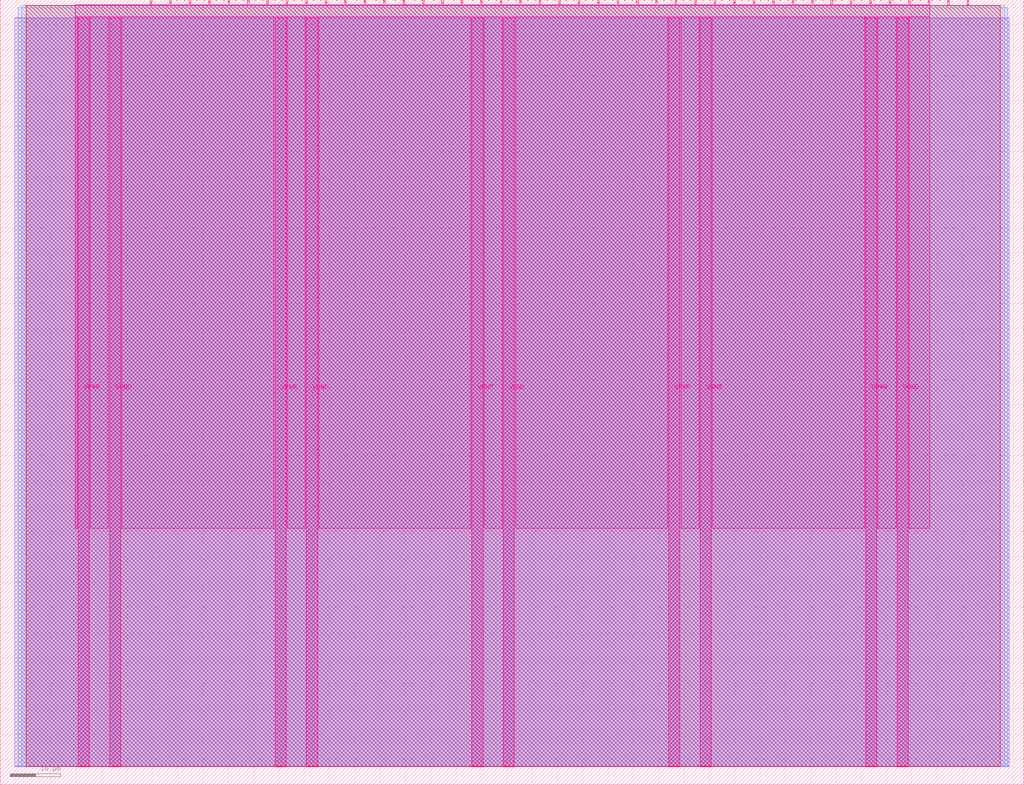
<source format=lef>
VERSION 5.7 ;
  NOWIREEXTENSIONATPIN ON ;
  DIVIDERCHAR "/" ;
  BUSBITCHARS "[]" ;
MACRO tt_um_tommythorn_maxbw
  CLASS BLOCK ;
  FOREIGN tt_um_tommythorn_maxbw ;
  ORIGIN 0.000 0.000 ;
  SIZE 202.080 BY 154.980 ;
  PIN VGND
    DIRECTION INOUT ;
    USE GROUND ;
    PORT
      LAYER Metal5 ;
        RECT 21.580 3.560 23.780 151.420 ;
    END
    PORT
      LAYER Metal5 ;
        RECT 60.450 3.560 62.650 151.420 ;
    END
    PORT
      LAYER Metal5 ;
        RECT 99.320 3.560 101.520 151.420 ;
    END
    PORT
      LAYER Metal5 ;
        RECT 138.190 3.560 140.390 151.420 ;
    END
    PORT
      LAYER Metal5 ;
        RECT 177.060 3.560 179.260 151.420 ;
    END
  END VGND
  PIN VPWR
    DIRECTION INOUT ;
    USE POWER ;
    PORT
      LAYER Metal5 ;
        RECT 15.380 3.560 17.580 151.420 ;
    END
    PORT
      LAYER Metal5 ;
        RECT 54.250 3.560 56.450 151.420 ;
    END
    PORT
      LAYER Metal5 ;
        RECT 93.120 3.560 95.320 151.420 ;
    END
    PORT
      LAYER Metal5 ;
        RECT 131.990 3.560 134.190 151.420 ;
    END
    PORT
      LAYER Metal5 ;
        RECT 170.860 3.560 173.060 151.420 ;
    END
  END VPWR
  PIN clk
    DIRECTION INPUT ;
    USE SIGNAL ;
    PORT
      LAYER Metal5 ;
        RECT 187.050 153.980 187.350 154.980 ;
    END
  END clk
  PIN ena
    DIRECTION INPUT ;
    USE SIGNAL ;
    PORT
      LAYER Metal5 ;
        RECT 190.890 153.980 191.190 154.980 ;
    END
  END ena
  PIN rst_n
    DIRECTION INPUT ;
    USE SIGNAL ;
    ANTENNAGATEAREA 0.213200 ;
    PORT
      LAYER Metal5 ;
        RECT 183.210 153.980 183.510 154.980 ;
    END
  END rst_n
  PIN ui_in[0]
    DIRECTION INPUT ;
    USE SIGNAL ;
    ANTENNAGATEAREA 0.213200 ;
    PORT
      LAYER Metal5 ;
        RECT 179.370 153.980 179.670 154.980 ;
    END
  END ui_in[0]
  PIN ui_in[1]
    DIRECTION INPUT ;
    USE SIGNAL ;
    PORT
      LAYER Metal5 ;
        RECT 175.530 153.980 175.830 154.980 ;
    END
  END ui_in[1]
  PIN ui_in[2]
    DIRECTION INPUT ;
    USE SIGNAL ;
    PORT
      LAYER Metal5 ;
        RECT 171.690 153.980 171.990 154.980 ;
    END
  END ui_in[2]
  PIN ui_in[3]
    DIRECTION INPUT ;
    USE SIGNAL ;
    PORT
      LAYER Metal5 ;
        RECT 167.850 153.980 168.150 154.980 ;
    END
  END ui_in[3]
  PIN ui_in[4]
    DIRECTION INPUT ;
    USE SIGNAL ;
    PORT
      LAYER Metal5 ;
        RECT 164.010 153.980 164.310 154.980 ;
    END
  END ui_in[4]
  PIN ui_in[5]
    DIRECTION INPUT ;
    USE SIGNAL ;
    PORT
      LAYER Metal5 ;
        RECT 160.170 153.980 160.470 154.980 ;
    END
  END ui_in[5]
  PIN ui_in[6]
    DIRECTION INPUT ;
    USE SIGNAL ;
    PORT
      LAYER Metal5 ;
        RECT 156.330 153.980 156.630 154.980 ;
    END
  END ui_in[6]
  PIN ui_in[7]
    DIRECTION INPUT ;
    USE SIGNAL ;
    PORT
      LAYER Metal5 ;
        RECT 152.490 153.980 152.790 154.980 ;
    END
  END ui_in[7]
  PIN uio_in[0]
    DIRECTION INPUT ;
    USE SIGNAL ;
    PORT
      LAYER Metal5 ;
        RECT 148.650 153.980 148.950 154.980 ;
    END
  END uio_in[0]
  PIN uio_in[1]
    DIRECTION INPUT ;
    USE SIGNAL ;
    PORT
      LAYER Metal5 ;
        RECT 144.810 153.980 145.110 154.980 ;
    END
  END uio_in[1]
  PIN uio_in[2]
    DIRECTION INPUT ;
    USE SIGNAL ;
    PORT
      LAYER Metal5 ;
        RECT 140.970 153.980 141.270 154.980 ;
    END
  END uio_in[2]
  PIN uio_in[3]
    DIRECTION INPUT ;
    USE SIGNAL ;
    PORT
      LAYER Metal5 ;
        RECT 137.130 153.980 137.430 154.980 ;
    END
  END uio_in[3]
  PIN uio_in[4]
    DIRECTION INPUT ;
    USE SIGNAL ;
    PORT
      LAYER Metal5 ;
        RECT 133.290 153.980 133.590 154.980 ;
    END
  END uio_in[4]
  PIN uio_in[5]
    DIRECTION INPUT ;
    USE SIGNAL ;
    PORT
      LAYER Metal5 ;
        RECT 129.450 153.980 129.750 154.980 ;
    END
  END uio_in[5]
  PIN uio_in[6]
    DIRECTION INPUT ;
    USE SIGNAL ;
    PORT
      LAYER Metal5 ;
        RECT 125.610 153.980 125.910 154.980 ;
    END
  END uio_in[6]
  PIN uio_in[7]
    DIRECTION INPUT ;
    USE SIGNAL ;
    PORT
      LAYER Metal5 ;
        RECT 121.770 153.980 122.070 154.980 ;
    END
  END uio_in[7]
  PIN uio_oe[0]
    DIRECTION OUTPUT ;
    USE SIGNAL ;
    ANTENNADIFFAREA 0.392700 ;
    PORT
      LAYER Metal5 ;
        RECT 56.490 153.980 56.790 154.980 ;
    END
  END uio_oe[0]
  PIN uio_oe[1]
    DIRECTION OUTPUT ;
    USE SIGNAL ;
    ANTENNADIFFAREA 0.392700 ;
    PORT
      LAYER Metal5 ;
        RECT 52.650 153.980 52.950 154.980 ;
    END
  END uio_oe[1]
  PIN uio_oe[2]
    DIRECTION OUTPUT ;
    USE SIGNAL ;
    ANTENNADIFFAREA 0.392700 ;
    PORT
      LAYER Metal5 ;
        RECT 48.810 153.980 49.110 154.980 ;
    END
  END uio_oe[2]
  PIN uio_oe[3]
    DIRECTION OUTPUT ;
    USE SIGNAL ;
    ANTENNADIFFAREA 0.392700 ;
    PORT
      LAYER Metal5 ;
        RECT 44.970 153.980 45.270 154.980 ;
    END
  END uio_oe[3]
  PIN uio_oe[4]
    DIRECTION OUTPUT ;
    USE SIGNAL ;
    ANTENNADIFFAREA 0.392700 ;
    PORT
      LAYER Metal5 ;
        RECT 41.130 153.980 41.430 154.980 ;
    END
  END uio_oe[4]
  PIN uio_oe[5]
    DIRECTION OUTPUT ;
    USE SIGNAL ;
    ANTENNADIFFAREA 0.392700 ;
    PORT
      LAYER Metal5 ;
        RECT 37.290 153.980 37.590 154.980 ;
    END
  END uio_oe[5]
  PIN uio_oe[6]
    DIRECTION OUTPUT ;
    USE SIGNAL ;
    ANTENNADIFFAREA 0.392700 ;
    PORT
      LAYER Metal5 ;
        RECT 33.450 153.980 33.750 154.980 ;
    END
  END uio_oe[6]
  PIN uio_oe[7]
    DIRECTION OUTPUT ;
    USE SIGNAL ;
    ANTENNADIFFAREA 0.392700 ;
    PORT
      LAYER Metal5 ;
        RECT 29.610 153.980 29.910 154.980 ;
    END
  END uio_oe[7]
  PIN uio_out[0]
    DIRECTION OUTPUT ;
    USE SIGNAL ;
    ANTENNADIFFAREA 0.706400 ;
    PORT
      LAYER Metal5 ;
        RECT 87.210 153.980 87.510 154.980 ;
    END
  END uio_out[0]
  PIN uio_out[1]
    DIRECTION OUTPUT ;
    USE SIGNAL ;
    ANTENNADIFFAREA 0.706400 ;
    PORT
      LAYER Metal5 ;
        RECT 83.370 153.980 83.670 154.980 ;
    END
  END uio_out[1]
  PIN uio_out[2]
    DIRECTION OUTPUT ;
    USE SIGNAL ;
    ANTENNADIFFAREA 0.706400 ;
    PORT
      LAYER Metal5 ;
        RECT 79.530 153.980 79.830 154.980 ;
    END
  END uio_out[2]
  PIN uio_out[3]
    DIRECTION OUTPUT ;
    USE SIGNAL ;
    ANTENNADIFFAREA 0.706400 ;
    PORT
      LAYER Metal5 ;
        RECT 75.690 153.980 75.990 154.980 ;
    END
  END uio_out[3]
  PIN uio_out[4]
    DIRECTION OUTPUT ;
    USE SIGNAL ;
    ANTENNADIFFAREA 0.706800 ;
    PORT
      LAYER Metal5 ;
        RECT 71.850 153.980 72.150 154.980 ;
    END
  END uio_out[4]
  PIN uio_out[5]
    DIRECTION OUTPUT ;
    USE SIGNAL ;
    ANTENNADIFFAREA 0.706800 ;
    PORT
      LAYER Metal5 ;
        RECT 68.010 153.980 68.310 154.980 ;
    END
  END uio_out[5]
  PIN uio_out[6]
    DIRECTION OUTPUT ;
    USE SIGNAL ;
    ANTENNADIFFAREA 0.654800 ;
    PORT
      LAYER Metal5 ;
        RECT 64.170 153.980 64.470 154.980 ;
    END
  END uio_out[6]
  PIN uio_out[7]
    DIRECTION OUTPUT ;
    USE SIGNAL ;
    ANTENNADIFFAREA 0.654800 ;
    PORT
      LAYER Metal5 ;
        RECT 60.330 153.980 60.630 154.980 ;
    END
  END uio_out[7]
  PIN uo_out[0]
    DIRECTION OUTPUT ;
    USE SIGNAL ;
    ANTENNADIFFAREA 0.706800 ;
    PORT
      LAYER Metal5 ;
        RECT 117.930 153.980 118.230 154.980 ;
    END
  END uo_out[0]
  PIN uo_out[1]
    DIRECTION OUTPUT ;
    USE SIGNAL ;
    ANTENNADIFFAREA 0.706400 ;
    PORT
      LAYER Metal5 ;
        RECT 114.090 153.980 114.390 154.980 ;
    END
  END uo_out[1]
  PIN uo_out[2]
    DIRECTION OUTPUT ;
    USE SIGNAL ;
    ANTENNADIFFAREA 0.706400 ;
    PORT
      LAYER Metal5 ;
        RECT 110.250 153.980 110.550 154.980 ;
    END
  END uo_out[2]
  PIN uo_out[3]
    DIRECTION OUTPUT ;
    USE SIGNAL ;
    ANTENNADIFFAREA 0.706400 ;
    PORT
      LAYER Metal5 ;
        RECT 106.410 153.980 106.710 154.980 ;
    END
  END uo_out[3]
  PIN uo_out[4]
    DIRECTION OUTPUT ;
    USE SIGNAL ;
    ANTENNADIFFAREA 0.706400 ;
    PORT
      LAYER Metal5 ;
        RECT 102.570 153.980 102.870 154.980 ;
    END
  END uo_out[4]
  PIN uo_out[5]
    DIRECTION OUTPUT ;
    USE SIGNAL ;
    ANTENNADIFFAREA 0.706400 ;
    PORT
      LAYER Metal5 ;
        RECT 98.730 153.980 99.030 154.980 ;
    END
  END uo_out[5]
  PIN uo_out[6]
    DIRECTION OUTPUT ;
    USE SIGNAL ;
    ANTENNADIFFAREA 0.706400 ;
    PORT
      LAYER Metal5 ;
        RECT 94.890 153.980 95.190 154.980 ;
    END
  END uo_out[6]
  PIN uo_out[7]
    DIRECTION OUTPUT ;
    USE SIGNAL ;
    ANTENNADIFFAREA 0.706400 ;
    PORT
      LAYER Metal5 ;
        RECT 91.050 153.980 91.350 154.980 ;
    END
  END uo_out[7]
  OBS
      LAYER GatPoly ;
        RECT 2.880 3.630 199.200 151.350 ;
      LAYER Metal1 ;
        RECT 2.880 3.560 199.200 151.420 ;
      LAYER Metal2 ;
        RECT 3.565 3.680 198.865 153.400 ;
      LAYER Metal3 ;
        RECT 4.220 3.635 198.340 153.865 ;
      LAYER Metal4 ;
        RECT 5.135 3.680 197.425 153.820 ;
      LAYER Metal5 ;
        RECT 14.780 153.770 29.400 153.980 ;
        RECT 30.120 153.770 33.240 153.980 ;
        RECT 33.960 153.770 37.080 153.980 ;
        RECT 37.800 153.770 40.920 153.980 ;
        RECT 41.640 153.770 44.760 153.980 ;
        RECT 45.480 153.770 48.600 153.980 ;
        RECT 49.320 153.770 52.440 153.980 ;
        RECT 53.160 153.770 56.280 153.980 ;
        RECT 57.000 153.770 60.120 153.980 ;
        RECT 60.840 153.770 63.960 153.980 ;
        RECT 64.680 153.770 67.800 153.980 ;
        RECT 68.520 153.770 71.640 153.980 ;
        RECT 72.360 153.770 75.480 153.980 ;
        RECT 76.200 153.770 79.320 153.980 ;
        RECT 80.040 153.770 83.160 153.980 ;
        RECT 83.880 153.770 87.000 153.980 ;
        RECT 87.720 153.770 90.840 153.980 ;
        RECT 91.560 153.770 94.680 153.980 ;
        RECT 95.400 153.770 98.520 153.980 ;
        RECT 99.240 153.770 102.360 153.980 ;
        RECT 103.080 153.770 106.200 153.980 ;
        RECT 106.920 153.770 110.040 153.980 ;
        RECT 110.760 153.770 113.880 153.980 ;
        RECT 114.600 153.770 117.720 153.980 ;
        RECT 118.440 153.770 121.560 153.980 ;
        RECT 122.280 153.770 125.400 153.980 ;
        RECT 126.120 153.770 129.240 153.980 ;
        RECT 129.960 153.770 133.080 153.980 ;
        RECT 133.800 153.770 136.920 153.980 ;
        RECT 137.640 153.770 140.760 153.980 ;
        RECT 141.480 153.770 144.600 153.980 ;
        RECT 145.320 153.770 148.440 153.980 ;
        RECT 149.160 153.770 152.280 153.980 ;
        RECT 153.000 153.770 156.120 153.980 ;
        RECT 156.840 153.770 159.960 153.980 ;
        RECT 160.680 153.770 163.800 153.980 ;
        RECT 164.520 153.770 167.640 153.980 ;
        RECT 168.360 153.770 171.480 153.980 ;
        RECT 172.200 153.770 175.320 153.980 ;
        RECT 176.040 153.770 179.160 153.980 ;
        RECT 179.880 153.770 183.000 153.980 ;
        RECT 14.780 151.630 183.460 153.770 ;
        RECT 14.780 50.675 15.170 151.630 ;
        RECT 17.790 50.675 21.370 151.630 ;
        RECT 23.990 50.675 54.040 151.630 ;
        RECT 56.660 50.675 60.240 151.630 ;
        RECT 62.860 50.675 92.910 151.630 ;
        RECT 95.530 50.675 99.110 151.630 ;
        RECT 101.730 50.675 131.780 151.630 ;
        RECT 134.400 50.675 137.980 151.630 ;
        RECT 140.600 50.675 170.650 151.630 ;
        RECT 173.270 50.675 176.850 151.630 ;
        RECT 179.470 50.675 183.460 151.630 ;
  END
END tt_um_tommythorn_maxbw
END LIBRARY


</source>
